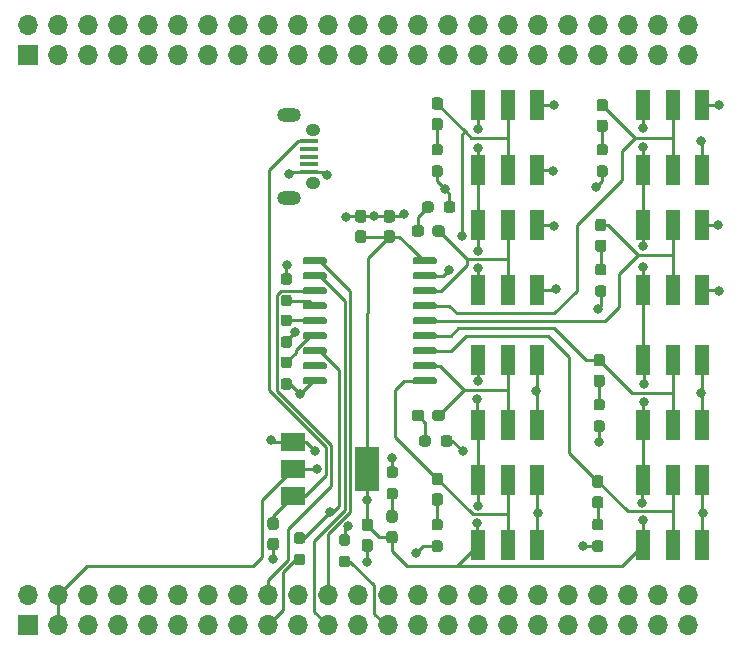
<source format=gbr>
%TF.GenerationSoftware,KiCad,Pcbnew,(5.1.9)-1*%
%TF.CreationDate,2021-11-09T16:08:33-06:00*%
%TF.ProjectId,SwitchBoard,53776974-6368-4426-9f61-72642e6b6963,rev?*%
%TF.SameCoordinates,Original*%
%TF.FileFunction,Copper,L1,Top*%
%TF.FilePolarity,Positive*%
%FSLAX46Y46*%
G04 Gerber Fmt 4.6, Leading zero omitted, Abs format (unit mm)*
G04 Created by KiCad (PCBNEW (5.1.9)-1) date 2021-11-09 16:08:33*
%MOMM*%
%LPD*%
G01*
G04 APERTURE LIST*
%TA.AperFunction,SMDPad,CuDef*%
%ADD10R,1.200000X2.500000*%
%TD*%
%TA.AperFunction,ComponentPad*%
%ADD11O,1.700000X1.700000*%
%TD*%
%TA.AperFunction,ComponentPad*%
%ADD12R,1.700000X1.700000*%
%TD*%
%TA.AperFunction,ComponentPad*%
%ADD13O,1.200000X1.050000*%
%TD*%
%TA.AperFunction,ComponentPad*%
%ADD14O,2.000000X1.200000*%
%TD*%
%TA.AperFunction,SMDPad,CuDef*%
%ADD15R,1.500000X0.400000*%
%TD*%
%TA.AperFunction,SMDPad,CuDef*%
%ADD16R,2.000000X3.800000*%
%TD*%
%TA.AperFunction,SMDPad,CuDef*%
%ADD17R,2.000000X1.500000*%
%TD*%
%TA.AperFunction,ViaPad*%
%ADD18C,0.800000*%
%TD*%
%TA.AperFunction,Conductor*%
%ADD19C,0.250000*%
%TD*%
G04 APERTURE END LIST*
D10*
%TO.P,SW7,3*%
%TO.N,GND*%
X60920000Y45930000D03*
%TO.P,SW7,2*%
%TO.N,SW_8*%
X58420000Y45930000D03*
%TO.P,SW7,1*%
%TO.N,+3V3*%
X55920000Y45930000D03*
%TO.P,SW7,3*%
%TO.N,GND*%
X60920000Y40430000D03*
%TO.P,SW7,2*%
%TO.N,SW_8*%
X58420000Y40430000D03*
%TO.P,SW7,1*%
%TO.N,+3V3*%
X55920000Y40430000D03*
%TD*%
%TO.P,SW5,3*%
%TO.N,GND*%
X60920000Y35770000D03*
%TO.P,SW5,2*%
%TO.N,SW_7*%
X58420000Y35770000D03*
%TO.P,SW5,1*%
%TO.N,+3V3*%
X55920000Y35770000D03*
%TO.P,SW5,3*%
%TO.N,GND*%
X60920000Y30270000D03*
%TO.P,SW5,2*%
%TO.N,SW_7*%
X58420000Y30270000D03*
%TO.P,SW5,1*%
%TO.N,+3V3*%
X55920000Y30270000D03*
%TD*%
%TO.P,SW3,3*%
%TO.N,GND*%
X60920000Y24340000D03*
%TO.P,SW3,2*%
%TO.N,SW_6*%
X58420000Y24340000D03*
%TO.P,SW3,1*%
%TO.N,+3V3*%
X55920000Y24340000D03*
%TO.P,SW3,3*%
%TO.N,GND*%
X60920000Y18840000D03*
%TO.P,SW3,2*%
%TO.N,SW_6*%
X58420000Y18840000D03*
%TO.P,SW3,1*%
%TO.N,+3V3*%
X55920000Y18840000D03*
%TD*%
%TO.P,SW1,3*%
%TO.N,GND*%
X60920000Y14180000D03*
%TO.P,SW1,2*%
%TO.N,SW_5*%
X58420000Y14180000D03*
%TO.P,SW1,1*%
%TO.N,+3V3*%
X55920000Y14180000D03*
%TO.P,SW1,3*%
%TO.N,GND*%
X60920000Y8680000D03*
%TO.P,SW1,2*%
%TO.N,SW_5*%
X58420000Y8680000D03*
%TO.P,SW1,1*%
%TO.N,+3V3*%
X55920000Y8680000D03*
%TD*%
%TO.P,SW2,3*%
%TO.N,GND*%
X46950000Y14180000D03*
%TO.P,SW2,2*%
%TO.N,SW_1*%
X44450000Y14180000D03*
%TO.P,SW2,1*%
%TO.N,+3V3*%
X41950000Y14180000D03*
%TO.P,SW2,3*%
%TO.N,GND*%
X46950000Y8680000D03*
%TO.P,SW2,2*%
%TO.N,SW_1*%
X44450000Y8680000D03*
%TO.P,SW2,1*%
%TO.N,+3V3*%
X41950000Y8680000D03*
%TD*%
%TO.P,SW4,3*%
%TO.N,GND*%
X46950000Y24340000D03*
%TO.P,SW4,2*%
%TO.N,SW_2*%
X44450000Y24340000D03*
%TO.P,SW4,1*%
%TO.N,+3V3*%
X41950000Y24340000D03*
%TO.P,SW4,3*%
%TO.N,GND*%
X46950000Y18840000D03*
%TO.P,SW4,2*%
%TO.N,SW_2*%
X44450000Y18840000D03*
%TO.P,SW4,1*%
%TO.N,+3V3*%
X41950000Y18840000D03*
%TD*%
%TO.P,SW6,3*%
%TO.N,GND*%
X46950000Y35770000D03*
%TO.P,SW6,2*%
%TO.N,SW_3*%
X44450000Y35770000D03*
%TO.P,SW6,1*%
%TO.N,+3V3*%
X41950000Y35770000D03*
%TO.P,SW6,3*%
%TO.N,GND*%
X46950000Y30270000D03*
%TO.P,SW6,2*%
%TO.N,SW_3*%
X44450000Y30270000D03*
%TO.P,SW6,1*%
%TO.N,+3V3*%
X41950000Y30270000D03*
%TD*%
%TO.P,SW8,3*%
%TO.N,GND*%
X46950000Y45930000D03*
%TO.P,SW8,2*%
%TO.N,SW_4*%
X44450000Y45930000D03*
%TO.P,SW8,1*%
%TO.N,+3V3*%
X41950000Y45930000D03*
%TO.P,SW8,3*%
%TO.N,GND*%
X46950000Y40430000D03*
%TO.P,SW8,2*%
%TO.N,SW_4*%
X44450000Y40430000D03*
%TO.P,SW8,1*%
%TO.N,+3V3*%
X41950000Y40430000D03*
%TD*%
%TO.P,R15,2*%
%TO.N,GND*%
%TA.AperFunction,SMDPad,CuDef*%
G36*
G01*
X25467300Y22841400D02*
X25942300Y22841400D01*
G75*
G02*
X26179800Y22603900I0J-237500D01*
G01*
X26179800Y22103900D01*
G75*
G02*
X25942300Y21866400I-237500J0D01*
G01*
X25467300Y21866400D01*
G75*
G02*
X25229800Y22103900I0J237500D01*
G01*
X25229800Y22603900D01*
G75*
G02*
X25467300Y22841400I237500J0D01*
G01*
G37*
%TD.AperFunction*%
%TO.P,R15,1*%
%TO.N,Net-(R15-Pad1)*%
%TA.AperFunction,SMDPad,CuDef*%
G36*
G01*
X25467300Y24666400D02*
X25942300Y24666400D01*
G75*
G02*
X26179800Y24428900I0J-237500D01*
G01*
X26179800Y23928900D01*
G75*
G02*
X25942300Y23691400I-237500J0D01*
G01*
X25467300Y23691400D01*
G75*
G02*
X25229800Y23928900I0J237500D01*
G01*
X25229800Y24428900D01*
G75*
G02*
X25467300Y24666400I237500J0D01*
G01*
G37*
%TD.AperFunction*%
%TD*%
%TO.P,C2,2*%
%TO.N,GND*%
%TA.AperFunction,SMDPad,CuDef*%
G36*
G01*
X32325300Y9225400D02*
X32800300Y9225400D01*
G75*
G02*
X33037800Y8987900I0J-237500D01*
G01*
X33037800Y8387900D01*
G75*
G02*
X32800300Y8150400I-237500J0D01*
G01*
X32325300Y8150400D01*
G75*
G02*
X32087800Y8387900I0J237500D01*
G01*
X32087800Y8987900D01*
G75*
G02*
X32325300Y9225400I237500J0D01*
G01*
G37*
%TD.AperFunction*%
%TO.P,C2,1*%
%TO.N,+3V3*%
%TA.AperFunction,SMDPad,CuDef*%
G36*
G01*
X32325300Y10950400D02*
X32800300Y10950400D01*
G75*
G02*
X33037800Y10712900I0J-237500D01*
G01*
X33037800Y10112900D01*
G75*
G02*
X32800300Y9875400I-237500J0D01*
G01*
X32325300Y9875400D01*
G75*
G02*
X32087800Y10112900I0J237500D01*
G01*
X32087800Y10712900D01*
G75*
G02*
X32325300Y10950400I237500J0D01*
G01*
G37*
%TD.AperFunction*%
%TD*%
D11*
%TO.P,U3,46*%
%TO.N,GND*%
X59690000Y4445000D03*
%TO.P,U3,45*%
X59690000Y1905000D03*
%TO.P,U3,44*%
X57150000Y4445000D03*
%TO.P,U3,43*%
X57150000Y1905000D03*
%TO.P,U3,42*%
%TO.N,Net-(U3-Pad42)*%
X54610000Y4445000D03*
%TO.P,U3,41*%
%TO.N,Net-(U3-Pad41)*%
X54610000Y1905000D03*
%TO.P,U3,40*%
%TO.N,Net-(U3-Pad40)*%
X52070000Y4445000D03*
%TO.P,U3,39*%
%TO.N,Net-(U3-Pad39)*%
X52070000Y1905000D03*
%TO.P,U3,38*%
%TO.N,Net-(U3-Pad38)*%
X49530000Y4445000D03*
%TO.P,U3,37*%
%TO.N,Net-(U3-Pad37)*%
X49530000Y1905000D03*
%TO.P,U3,36*%
%TO.N,Net-(U3-Pad36)*%
X46990000Y4445000D03*
%TO.P,U3,35*%
%TO.N,Net-(U3-Pad35)*%
X46990000Y1905000D03*
%TO.P,U3,34*%
%TO.N,Net-(U3-Pad34)*%
X44450000Y4445000D03*
%TO.P,U3,33*%
%TO.N,Net-(U3-Pad33)*%
X44450000Y1905000D03*
%TO.P,U3,32*%
%TO.N,Net-(U3-Pad32)*%
X41910000Y4445000D03*
%TO.P,U3,31*%
%TO.N,Net-(U3-Pad31)*%
X41910000Y1905000D03*
%TO.P,U3,30*%
%TO.N,Net-(U3-Pad30)*%
X39370000Y4445000D03*
%TO.P,U3,29*%
%TO.N,Net-(U3-Pad29)*%
X39370000Y1905000D03*
%TO.P,U3,28*%
%TO.N,Net-(U3-Pad28)*%
X36830000Y4445000D03*
%TO.P,U3,27*%
%TO.N,Net-(U3-Pad27)*%
X36830000Y1905000D03*
%TO.P,U3,26*%
%TO.N,Net-(U3-Pad26)*%
X34290000Y4445000D03*
%TO.P,U3,25*%
%TO.N,Net-(R12-Pad2)*%
X34290000Y1905000D03*
%TO.P,U3,24*%
%TO.N,Net-(U3-Pad24)*%
X31750000Y4445000D03*
%TO.P,U3,23*%
%TO.N,Net-(U3-Pad23)*%
X31750000Y1905000D03*
%TO.P,U3,22*%
%TO.N,SCK*%
X29210000Y4445000D03*
%TO.P,U3,21*%
%TO.N,MOSI*%
X29210000Y1905000D03*
%TO.P,U3,20*%
%TO.N,Net-(U3-Pad20)*%
X26670000Y4445000D03*
%TO.P,U3,19*%
%TO.N,Net-(U3-Pad19)*%
X26670000Y1905000D03*
%TO.P,U3,18*%
%TO.N,MISO*%
X24130000Y4445000D03*
%TO.P,U3,17*%
%TO.N,Net-(R14-Pad2)*%
X24130000Y1905000D03*
%TO.P,U3,16*%
%TO.N,Net-(U3-Pad16)*%
X21590000Y4445000D03*
%TO.P,U3,15*%
%TO.N,Net-(U3-Pad15)*%
X21590000Y1905000D03*
%TO.P,U3,14*%
%TO.N,Net-(U3-Pad14)*%
X19050000Y4445000D03*
%TO.P,U3,13*%
%TO.N,Net-(U3-Pad13)*%
X19050000Y1905000D03*
%TO.P,U3,12*%
%TO.N,Net-(U3-Pad12)*%
X16510000Y4445000D03*
%TO.P,U3,11*%
%TO.N,Net-(U3-Pad11)*%
X16510000Y1905000D03*
%TO.P,U3,10*%
%TO.N,Net-(U3-Pad10)*%
X13970000Y4445000D03*
%TO.P,U3,9*%
%TO.N,Net-(U3-Pad9)*%
X13970000Y1905000D03*
%TO.P,U3,8*%
%TO.N,Net-(U3-Pad8)*%
X11430000Y4445000D03*
%TO.P,U3,7*%
%TO.N,Net-(U3-Pad7)*%
X11430000Y1905000D03*
%TO.P,U3,6*%
%TO.N,Net-(U3-Pad6)*%
X8890000Y4445000D03*
%TO.P,U3,5*%
%TO.N,Net-(U3-Pad5)*%
X8890000Y1905000D03*
%TO.P,U3,4*%
%TO.N,+3V3*%
X6350000Y4445000D03*
%TO.P,U3,3*%
X6350000Y1905000D03*
%TO.P,U3,2*%
%TO.N,GND*%
X3810000Y4445000D03*
D12*
%TO.P,U3,1*%
X3810000Y1905000D03*
%TD*%
%TO.P,R12,2*%
%TO.N,Net-(R12-Pad2)*%
%TA.AperFunction,SMDPad,CuDef*%
G36*
G01*
X30394900Y7804600D02*
X30869900Y7804600D01*
G75*
G02*
X31107400Y7567100I0J-237500D01*
G01*
X31107400Y7067100D01*
G75*
G02*
X30869900Y6829600I-237500J0D01*
G01*
X30394900Y6829600D01*
G75*
G02*
X30157400Y7067100I0J237500D01*
G01*
X30157400Y7567100D01*
G75*
G02*
X30394900Y7804600I237500J0D01*
G01*
G37*
%TD.AperFunction*%
%TO.P,R12,1*%
%TO.N,~CS*%
%TA.AperFunction,SMDPad,CuDef*%
G36*
G01*
X30394900Y9629600D02*
X30869900Y9629600D01*
G75*
G02*
X31107400Y9392100I0J-237500D01*
G01*
X31107400Y8892100D01*
G75*
G02*
X30869900Y8654600I-237500J0D01*
G01*
X30394900Y8654600D01*
G75*
G02*
X30157400Y8892100I0J237500D01*
G01*
X30157400Y9392100D01*
G75*
G02*
X30394900Y9629600I237500J0D01*
G01*
G37*
%TD.AperFunction*%
%TD*%
%TO.P,U2,1*%
%TO.N,SCK*%
%TA.AperFunction,SMDPad,CuDef*%
G36*
G01*
X27091000Y32616000D02*
X27091000Y32916000D01*
G75*
G02*
X27241000Y33066000I150000J0D01*
G01*
X28991000Y33066000D01*
G75*
G02*
X29141000Y32916000I0J-150000D01*
G01*
X29141000Y32616000D01*
G75*
G02*
X28991000Y32466000I-150000J0D01*
G01*
X27241000Y32466000D01*
G75*
G02*
X27091000Y32616000I0J150000D01*
G01*
G37*
%TD.AperFunction*%
%TO.P,U2,2*%
%TO.N,MOSI*%
%TA.AperFunction,SMDPad,CuDef*%
G36*
G01*
X27091000Y31346000D02*
X27091000Y31646000D01*
G75*
G02*
X27241000Y31796000I150000J0D01*
G01*
X28991000Y31796000D01*
G75*
G02*
X29141000Y31646000I0J-150000D01*
G01*
X29141000Y31346000D01*
G75*
G02*
X28991000Y31196000I-150000J0D01*
G01*
X27241000Y31196000D01*
G75*
G02*
X27091000Y31346000I0J150000D01*
G01*
G37*
%TD.AperFunction*%
%TO.P,U2,3*%
%TO.N,MISO*%
%TA.AperFunction,SMDPad,CuDef*%
G36*
G01*
X27091000Y30076000D02*
X27091000Y30376000D01*
G75*
G02*
X27241000Y30526000I150000J0D01*
G01*
X28991000Y30526000D01*
G75*
G02*
X29141000Y30376000I0J-150000D01*
G01*
X29141000Y30076000D01*
G75*
G02*
X28991000Y29926000I-150000J0D01*
G01*
X27241000Y29926000D01*
G75*
G02*
X27091000Y30076000I0J150000D01*
G01*
G37*
%TD.AperFunction*%
%TO.P,U2,4*%
%TO.N,Net-(R1-Pad1)*%
%TA.AperFunction,SMDPad,CuDef*%
G36*
G01*
X27091000Y28806000D02*
X27091000Y29106000D01*
G75*
G02*
X27241000Y29256000I150000J0D01*
G01*
X28991000Y29256000D01*
G75*
G02*
X29141000Y29106000I0J-150000D01*
G01*
X29141000Y28806000D01*
G75*
G02*
X28991000Y28656000I-150000J0D01*
G01*
X27241000Y28656000D01*
G75*
G02*
X27091000Y28806000I0J150000D01*
G01*
G37*
%TD.AperFunction*%
%TO.P,U2,5*%
%TO.N,Net-(R2-Pad1)*%
%TA.AperFunction,SMDPad,CuDef*%
G36*
G01*
X27091000Y27536000D02*
X27091000Y27836000D01*
G75*
G02*
X27241000Y27986000I150000J0D01*
G01*
X28991000Y27986000D01*
G75*
G02*
X29141000Y27836000I0J-150000D01*
G01*
X29141000Y27536000D01*
G75*
G02*
X28991000Y27386000I-150000J0D01*
G01*
X27241000Y27386000D01*
G75*
G02*
X27091000Y27536000I0J150000D01*
G01*
G37*
%TD.AperFunction*%
%TO.P,U2,6*%
%TO.N,Net-(R15-Pad1)*%
%TA.AperFunction,SMDPad,CuDef*%
G36*
G01*
X27091000Y26266000D02*
X27091000Y26566000D01*
G75*
G02*
X27241000Y26716000I150000J0D01*
G01*
X28991000Y26716000D01*
G75*
G02*
X29141000Y26566000I0J-150000D01*
G01*
X29141000Y26266000D01*
G75*
G02*
X28991000Y26116000I-150000J0D01*
G01*
X27241000Y26116000D01*
G75*
G02*
X27091000Y26266000I0J150000D01*
G01*
G37*
%TD.AperFunction*%
%TO.P,U2,7*%
%TO.N,~CS*%
%TA.AperFunction,SMDPad,CuDef*%
G36*
G01*
X27091000Y24996000D02*
X27091000Y25296000D01*
G75*
G02*
X27241000Y25446000I150000J0D01*
G01*
X28991000Y25446000D01*
G75*
G02*
X29141000Y25296000I0J-150000D01*
G01*
X29141000Y24996000D01*
G75*
G02*
X28991000Y24846000I-150000J0D01*
G01*
X27241000Y24846000D01*
G75*
G02*
X27091000Y24996000I0J150000D01*
G01*
G37*
%TD.AperFunction*%
%TO.P,U2,8*%
%TO.N,Net-(U2-Pad8)*%
%TA.AperFunction,SMDPad,CuDef*%
G36*
G01*
X27091000Y23726000D02*
X27091000Y24026000D01*
G75*
G02*
X27241000Y24176000I150000J0D01*
G01*
X28991000Y24176000D01*
G75*
G02*
X29141000Y24026000I0J-150000D01*
G01*
X29141000Y23726000D01*
G75*
G02*
X28991000Y23576000I-150000J0D01*
G01*
X27241000Y23576000D01*
G75*
G02*
X27091000Y23726000I0J150000D01*
G01*
G37*
%TD.AperFunction*%
%TO.P,U2,9*%
%TO.N,GND*%
%TA.AperFunction,SMDPad,CuDef*%
G36*
G01*
X27091000Y22456000D02*
X27091000Y22756000D01*
G75*
G02*
X27241000Y22906000I150000J0D01*
G01*
X28991000Y22906000D01*
G75*
G02*
X29141000Y22756000I0J-150000D01*
G01*
X29141000Y22456000D01*
G75*
G02*
X28991000Y22306000I-150000J0D01*
G01*
X27241000Y22306000D01*
G75*
G02*
X27091000Y22456000I0J150000D01*
G01*
G37*
%TD.AperFunction*%
%TO.P,U2,10*%
%TO.N,SW_1*%
%TA.AperFunction,SMDPad,CuDef*%
G36*
G01*
X36391000Y22456000D02*
X36391000Y22756000D01*
G75*
G02*
X36541000Y22906000I150000J0D01*
G01*
X38291000Y22906000D01*
G75*
G02*
X38441000Y22756000I0J-150000D01*
G01*
X38441000Y22456000D01*
G75*
G02*
X38291000Y22306000I-150000J0D01*
G01*
X36541000Y22306000D01*
G75*
G02*
X36391000Y22456000I0J150000D01*
G01*
G37*
%TD.AperFunction*%
%TO.P,U2,11*%
%TO.N,SW_2*%
%TA.AperFunction,SMDPad,CuDef*%
G36*
G01*
X36391000Y23726000D02*
X36391000Y24026000D01*
G75*
G02*
X36541000Y24176000I150000J0D01*
G01*
X38291000Y24176000D01*
G75*
G02*
X38441000Y24026000I0J-150000D01*
G01*
X38441000Y23726000D01*
G75*
G02*
X38291000Y23576000I-150000J0D01*
G01*
X36541000Y23576000D01*
G75*
G02*
X36391000Y23726000I0J150000D01*
G01*
G37*
%TD.AperFunction*%
%TO.P,U2,12*%
%TO.N,SW_5*%
%TA.AperFunction,SMDPad,CuDef*%
G36*
G01*
X36391000Y24996000D02*
X36391000Y25296000D01*
G75*
G02*
X36541000Y25446000I150000J0D01*
G01*
X38291000Y25446000D01*
G75*
G02*
X38441000Y25296000I0J-150000D01*
G01*
X38441000Y24996000D01*
G75*
G02*
X38291000Y24846000I-150000J0D01*
G01*
X36541000Y24846000D01*
G75*
G02*
X36391000Y24996000I0J150000D01*
G01*
G37*
%TD.AperFunction*%
%TO.P,U2,13*%
%TO.N,SW_6*%
%TA.AperFunction,SMDPad,CuDef*%
G36*
G01*
X36391000Y26266000D02*
X36391000Y26566000D01*
G75*
G02*
X36541000Y26716000I150000J0D01*
G01*
X38291000Y26716000D01*
G75*
G02*
X38441000Y26566000I0J-150000D01*
G01*
X38441000Y26266000D01*
G75*
G02*
X38291000Y26116000I-150000J0D01*
G01*
X36541000Y26116000D01*
G75*
G02*
X36391000Y26266000I0J150000D01*
G01*
G37*
%TD.AperFunction*%
%TO.P,U2,14*%
%TO.N,SW_7*%
%TA.AperFunction,SMDPad,CuDef*%
G36*
G01*
X36391000Y27536000D02*
X36391000Y27836000D01*
G75*
G02*
X36541000Y27986000I150000J0D01*
G01*
X38291000Y27986000D01*
G75*
G02*
X38441000Y27836000I0J-150000D01*
G01*
X38441000Y27536000D01*
G75*
G02*
X38291000Y27386000I-150000J0D01*
G01*
X36541000Y27386000D01*
G75*
G02*
X36391000Y27536000I0J150000D01*
G01*
G37*
%TD.AperFunction*%
%TO.P,U2,15*%
%TO.N,SW_8*%
%TA.AperFunction,SMDPad,CuDef*%
G36*
G01*
X36391000Y28806000D02*
X36391000Y29106000D01*
G75*
G02*
X36541000Y29256000I150000J0D01*
G01*
X38291000Y29256000D01*
G75*
G02*
X38441000Y29106000I0J-150000D01*
G01*
X38441000Y28806000D01*
G75*
G02*
X38291000Y28656000I-150000J0D01*
G01*
X36541000Y28656000D01*
G75*
G02*
X36391000Y28806000I0J150000D01*
G01*
G37*
%TD.AperFunction*%
%TO.P,U2,16*%
%TO.N,SW_3*%
%TA.AperFunction,SMDPad,CuDef*%
G36*
G01*
X36391000Y30076000D02*
X36391000Y30376000D01*
G75*
G02*
X36541000Y30526000I150000J0D01*
G01*
X38291000Y30526000D01*
G75*
G02*
X38441000Y30376000I0J-150000D01*
G01*
X38441000Y30076000D01*
G75*
G02*
X38291000Y29926000I-150000J0D01*
G01*
X36541000Y29926000D01*
G75*
G02*
X36391000Y30076000I0J150000D01*
G01*
G37*
%TD.AperFunction*%
%TO.P,U2,17*%
%TO.N,SW_4*%
%TA.AperFunction,SMDPad,CuDef*%
G36*
G01*
X36391000Y31346000D02*
X36391000Y31646000D01*
G75*
G02*
X36541000Y31796000I150000J0D01*
G01*
X38291000Y31796000D01*
G75*
G02*
X38441000Y31646000I0J-150000D01*
G01*
X38441000Y31346000D01*
G75*
G02*
X38291000Y31196000I-150000J0D01*
G01*
X36541000Y31196000D01*
G75*
G02*
X36391000Y31346000I0J150000D01*
G01*
G37*
%TD.AperFunction*%
%TO.P,U2,18*%
%TO.N,+3V3*%
%TA.AperFunction,SMDPad,CuDef*%
G36*
G01*
X36391000Y32616000D02*
X36391000Y32916000D01*
G75*
G02*
X36541000Y33066000I150000J0D01*
G01*
X38291000Y33066000D01*
G75*
G02*
X38441000Y32916000I0J-150000D01*
G01*
X38441000Y32616000D01*
G75*
G02*
X38291000Y32466000I-150000J0D01*
G01*
X36541000Y32466000D01*
G75*
G02*
X36391000Y32616000I0J150000D01*
G01*
G37*
%TD.AperFunction*%
%TD*%
D13*
%TO.P,J1,9*%
%TO.N,N/C*%
X28000800Y43830200D03*
%TO.P,J1,8*%
X28000800Y39380200D03*
D14*
%TO.P,J1,7*%
X25900800Y38105200D03*
%TO.P,J1,6*%
%TO.N,GND*%
X25900800Y45105200D03*
D15*
%TO.P,J1,5*%
X27600800Y40305200D03*
%TO.P,J1,4*%
%TO.N,Net-(J1-Pad4)*%
X27600800Y40955200D03*
%TO.P,J1,3*%
%TO.N,Net-(J1-Pad3)*%
X27600800Y41605200D03*
%TO.P,J1,2*%
%TO.N,Net-(J1-Pad2)*%
X27600800Y42255200D03*
%TO.P,J1,1*%
%TO.N,VDD*%
X27600800Y42905200D03*
%TD*%
%TO.P,R14,2*%
%TO.N,Net-(R14-Pad2)*%
%TA.AperFunction,SMDPad,CuDef*%
G36*
G01*
X26584900Y7957000D02*
X27059900Y7957000D01*
G75*
G02*
X27297400Y7719500I0J-237500D01*
G01*
X27297400Y7219500D01*
G75*
G02*
X27059900Y6982000I-237500J0D01*
G01*
X26584900Y6982000D01*
G75*
G02*
X26347400Y7219500I0J237500D01*
G01*
X26347400Y7719500D01*
G75*
G02*
X26584900Y7957000I237500J0D01*
G01*
G37*
%TD.AperFunction*%
%TO.P,R14,1*%
%TO.N,~CS*%
%TA.AperFunction,SMDPad,CuDef*%
G36*
G01*
X26584900Y9782000D02*
X27059900Y9782000D01*
G75*
G02*
X27297400Y9544500I0J-237500D01*
G01*
X27297400Y9044500D01*
G75*
G02*
X27059900Y8807000I-237500J0D01*
G01*
X26584900Y8807000D01*
G75*
G02*
X26347400Y9044500I0J237500D01*
G01*
X26347400Y9544500D01*
G75*
G02*
X26584900Y9782000I237500J0D01*
G01*
G37*
%TD.AperFunction*%
%TD*%
%TO.P,D4,1*%
%TO.N,Net-(D4-Pad1)*%
%TA.AperFunction,SMDPad,CuDef*%
G36*
G01*
X36319000Y19447500D02*
X36319000Y19922500D01*
G75*
G02*
X36556500Y20160000I237500J0D01*
G01*
X37131500Y20160000D01*
G75*
G02*
X37369000Y19922500I0J-237500D01*
G01*
X37369000Y19447500D01*
G75*
G02*
X37131500Y19210000I-237500J0D01*
G01*
X36556500Y19210000D01*
G75*
G02*
X36319000Y19447500I0J237500D01*
G01*
G37*
%TD.AperFunction*%
%TO.P,D4,2*%
%TO.N,SW_2*%
%TA.AperFunction,SMDPad,CuDef*%
G36*
G01*
X38069000Y19447500D02*
X38069000Y19922500D01*
G75*
G02*
X38306500Y20160000I237500J0D01*
G01*
X38881500Y20160000D01*
G75*
G02*
X39119000Y19922500I0J-237500D01*
G01*
X39119000Y19447500D01*
G75*
G02*
X38881500Y19210000I-237500J0D01*
G01*
X38306500Y19210000D01*
G75*
G02*
X38069000Y19447500I0J237500D01*
G01*
G37*
%TD.AperFunction*%
%TD*%
D12*
%TO.P,U1,1*%
%TO.N,GND*%
X3810000Y50165000D03*
D11*
%TO.P,U1,2*%
X3810000Y52705000D03*
%TO.P,U1,3*%
%TO.N,Net-(U1-Pad3)*%
X6350000Y50165000D03*
%TO.P,U1,4*%
%TO.N,Net-(U1-Pad4)*%
X6350000Y52705000D03*
%TO.P,U1,5*%
%TO.N,Net-(U1-Pad5)*%
X8890000Y50165000D03*
%TO.P,U1,6*%
%TO.N,Net-(U1-Pad6)*%
X8890000Y52705000D03*
%TO.P,U1,7*%
%TO.N,Net-(U1-Pad7)*%
X11430000Y50165000D03*
%TO.P,U1,8*%
%TO.N,Net-(U1-Pad8)*%
X11430000Y52705000D03*
%TO.P,U1,9*%
%TO.N,Net-(U1-Pad9)*%
X13970000Y50165000D03*
%TO.P,U1,10*%
%TO.N,Net-(U1-Pad10)*%
X13970000Y52705000D03*
%TO.P,U1,11*%
%TO.N,Net-(U1-Pad11)*%
X16510000Y50165000D03*
%TO.P,U1,12*%
%TO.N,Net-(U1-Pad12)*%
X16510000Y52705000D03*
%TO.P,U1,13*%
%TO.N,Net-(U1-Pad13)*%
X19050000Y50165000D03*
%TO.P,U1,14*%
%TO.N,Net-(U1-Pad14)*%
X19050000Y52705000D03*
%TO.P,U1,15*%
%TO.N,Net-(U1-Pad15)*%
X21590000Y50165000D03*
%TO.P,U1,16*%
%TO.N,Net-(U1-Pad16)*%
X21590000Y52705000D03*
%TO.P,U1,17*%
%TO.N,Net-(U1-Pad17)*%
X24130000Y50165000D03*
%TO.P,U1,18*%
%TO.N,Net-(U1-Pad18)*%
X24130000Y52705000D03*
%TO.P,U1,19*%
%TO.N,Net-(U1-Pad19)*%
X26670000Y50165000D03*
%TO.P,U1,20*%
%TO.N,Net-(U1-Pad20)*%
X26670000Y52705000D03*
%TO.P,U1,21*%
%TO.N,Net-(U1-Pad21)*%
X29210000Y50165000D03*
%TO.P,U1,22*%
%TO.N,Net-(U1-Pad22)*%
X29210000Y52705000D03*
%TO.P,U1,23*%
%TO.N,Net-(U1-Pad23)*%
X31750000Y50165000D03*
%TO.P,U1,24*%
%TO.N,Net-(U1-Pad24)*%
X31750000Y52705000D03*
%TO.P,U1,25*%
%TO.N,Net-(U1-Pad25)*%
X34290000Y50165000D03*
%TO.P,U1,26*%
%TO.N,Net-(U1-Pad26)*%
X34290000Y52705000D03*
%TO.P,U1,27*%
%TO.N,Net-(U1-Pad27)*%
X36830000Y50165000D03*
%TO.P,U1,28*%
%TO.N,Net-(U1-Pad28)*%
X36830000Y52705000D03*
%TO.P,U1,29*%
%TO.N,Net-(U1-Pad29)*%
X39370000Y50165000D03*
%TO.P,U1,30*%
%TO.N,Net-(U1-Pad30)*%
X39370000Y52705000D03*
%TO.P,U1,31*%
%TO.N,Net-(U1-Pad31)*%
X41910000Y50165000D03*
%TO.P,U1,32*%
%TO.N,Net-(U1-Pad32)*%
X41910000Y52705000D03*
%TO.P,U1,33*%
%TO.N,Net-(U1-Pad33)*%
X44450000Y50165000D03*
%TO.P,U1,34*%
%TO.N,Net-(U1-Pad34)*%
X44450000Y52705000D03*
%TO.P,U1,35*%
%TO.N,Net-(U1-Pad35)*%
X46990000Y50165000D03*
%TO.P,U1,36*%
%TO.N,Net-(U1-Pad36)*%
X46990000Y52705000D03*
%TO.P,U1,37*%
%TO.N,Net-(U1-Pad37)*%
X49530000Y50165000D03*
%TO.P,U1,38*%
%TO.N,Net-(U1-Pad38)*%
X49530000Y52705000D03*
%TO.P,U1,39*%
%TO.N,Net-(U1-Pad39)*%
X52070000Y50165000D03*
%TO.P,U1,40*%
%TO.N,Net-(U1-Pad40)*%
X52070000Y52705000D03*
%TO.P,U1,41*%
%TO.N,Net-(U1-Pad41)*%
X54610000Y50165000D03*
%TO.P,U1,42*%
%TO.N,Net-(U1-Pad42)*%
X54610000Y52705000D03*
%TO.P,U1,43*%
%TO.N,Net-(U1-Pad43)*%
X57150000Y50165000D03*
%TO.P,U1,44*%
%TO.N,Net-(U1-Pad44)*%
X57150000Y52705000D03*
%TO.P,U1,45*%
%TO.N,Net-(U1-Pad45)*%
X59690000Y50165000D03*
%TO.P,U1,46*%
%TO.N,Net-(U1-Pad46)*%
X59690000Y52705000D03*
%TD*%
%TO.P,C1,1*%
%TO.N,VDD*%
%TA.AperFunction,SMDPad,CuDef*%
G36*
G01*
X24349700Y11052000D02*
X24824700Y11052000D01*
G75*
G02*
X25062200Y10814500I0J-237500D01*
G01*
X25062200Y10214500D01*
G75*
G02*
X24824700Y9977000I-237500J0D01*
G01*
X24349700Y9977000D01*
G75*
G02*
X24112200Y10214500I0J237500D01*
G01*
X24112200Y10814500D01*
G75*
G02*
X24349700Y11052000I237500J0D01*
G01*
G37*
%TD.AperFunction*%
%TO.P,C1,2*%
%TO.N,GND*%
%TA.AperFunction,SMDPad,CuDef*%
G36*
G01*
X24349700Y9327000D02*
X24824700Y9327000D01*
G75*
G02*
X25062200Y9089500I0J-237500D01*
G01*
X25062200Y8489500D01*
G75*
G02*
X24824700Y8252000I-237500J0D01*
G01*
X24349700Y8252000D01*
G75*
G02*
X24112200Y8489500I0J237500D01*
G01*
X24112200Y9089500D01*
G75*
G02*
X24349700Y9327000I237500J0D01*
G01*
G37*
%TD.AperFunction*%
%TD*%
%TO.P,C3,2*%
%TO.N,GND*%
%TA.AperFunction,SMDPad,CuDef*%
G36*
G01*
X32241500Y36012000D02*
X31766500Y36012000D01*
G75*
G02*
X31529000Y36249500I0J237500D01*
G01*
X31529000Y36849500D01*
G75*
G02*
X31766500Y37087000I237500J0D01*
G01*
X32241500Y37087000D01*
G75*
G02*
X32479000Y36849500I0J-237500D01*
G01*
X32479000Y36249500D01*
G75*
G02*
X32241500Y36012000I-237500J0D01*
G01*
G37*
%TD.AperFunction*%
%TO.P,C3,1*%
%TO.N,+3V3*%
%TA.AperFunction,SMDPad,CuDef*%
G36*
G01*
X32241500Y34287000D02*
X31766500Y34287000D01*
G75*
G02*
X31529000Y34524500I0J237500D01*
G01*
X31529000Y35124500D01*
G75*
G02*
X31766500Y35362000I237500J0D01*
G01*
X32241500Y35362000D01*
G75*
G02*
X32479000Y35124500I0J-237500D01*
G01*
X32479000Y34524500D01*
G75*
G02*
X32241500Y34287000I-237500J0D01*
G01*
G37*
%TD.AperFunction*%
%TD*%
%TO.P,C4,1*%
%TO.N,+3V3*%
%TA.AperFunction,SMDPad,CuDef*%
G36*
G01*
X34654500Y34287000D02*
X34179500Y34287000D01*
G75*
G02*
X33942000Y34524500I0J237500D01*
G01*
X33942000Y35124500D01*
G75*
G02*
X34179500Y35362000I237500J0D01*
G01*
X34654500Y35362000D01*
G75*
G02*
X34892000Y35124500I0J-237500D01*
G01*
X34892000Y34524500D01*
G75*
G02*
X34654500Y34287000I-237500J0D01*
G01*
G37*
%TD.AperFunction*%
%TO.P,C4,2*%
%TO.N,GND*%
%TA.AperFunction,SMDPad,CuDef*%
G36*
G01*
X34654500Y36012000D02*
X34179500Y36012000D01*
G75*
G02*
X33942000Y36249500I0J237500D01*
G01*
X33942000Y36849500D01*
G75*
G02*
X34179500Y37087000I237500J0D01*
G01*
X34654500Y37087000D01*
G75*
G02*
X34892000Y36849500I0J-237500D01*
G01*
X34892000Y36249500D01*
G75*
G02*
X34654500Y36012000I-237500J0D01*
G01*
G37*
%TD.AperFunction*%
%TD*%
%TO.P,D1,2*%
%TO.N,SW_5*%
%TA.AperFunction,SMDPad,CuDef*%
G36*
G01*
X52307500Y13558000D02*
X51832500Y13558000D01*
G75*
G02*
X51595000Y13795500I0J237500D01*
G01*
X51595000Y14370500D01*
G75*
G02*
X51832500Y14608000I237500J0D01*
G01*
X52307500Y14608000D01*
G75*
G02*
X52545000Y14370500I0J-237500D01*
G01*
X52545000Y13795500D01*
G75*
G02*
X52307500Y13558000I-237500J0D01*
G01*
G37*
%TD.AperFunction*%
%TO.P,D1,1*%
%TO.N,Net-(D1-Pad1)*%
%TA.AperFunction,SMDPad,CuDef*%
G36*
G01*
X52307500Y11808000D02*
X51832500Y11808000D01*
G75*
G02*
X51595000Y12045500I0J237500D01*
G01*
X51595000Y12620500D01*
G75*
G02*
X51832500Y12858000I237500J0D01*
G01*
X52307500Y12858000D01*
G75*
G02*
X52545000Y12620500I0J-237500D01*
G01*
X52545000Y12045500D01*
G75*
G02*
X52307500Y11808000I-237500J0D01*
G01*
G37*
%TD.AperFunction*%
%TD*%
%TO.P,D2,2*%
%TO.N,SW_1*%
%TA.AperFunction,SMDPad,CuDef*%
G36*
G01*
X38718500Y13798000D02*
X38243500Y13798000D01*
G75*
G02*
X38006000Y14035500I0J237500D01*
G01*
X38006000Y14610500D01*
G75*
G02*
X38243500Y14848000I237500J0D01*
G01*
X38718500Y14848000D01*
G75*
G02*
X38956000Y14610500I0J-237500D01*
G01*
X38956000Y14035500D01*
G75*
G02*
X38718500Y13798000I-237500J0D01*
G01*
G37*
%TD.AperFunction*%
%TO.P,D2,1*%
%TO.N,Net-(D2-Pad1)*%
%TA.AperFunction,SMDPad,CuDef*%
G36*
G01*
X38718500Y12048000D02*
X38243500Y12048000D01*
G75*
G02*
X38006000Y12285500I0J237500D01*
G01*
X38006000Y12860500D01*
G75*
G02*
X38243500Y13098000I237500J0D01*
G01*
X38718500Y13098000D01*
G75*
G02*
X38956000Y12860500I0J-237500D01*
G01*
X38956000Y12285500D01*
G75*
G02*
X38718500Y12048000I-237500J0D01*
G01*
G37*
%TD.AperFunction*%
%TD*%
%TO.P,D3,1*%
%TO.N,Net-(D3-Pad1)*%
%TA.AperFunction,SMDPad,CuDef*%
G36*
G01*
X52434500Y22095000D02*
X51959500Y22095000D01*
G75*
G02*
X51722000Y22332500I0J237500D01*
G01*
X51722000Y22907500D01*
G75*
G02*
X51959500Y23145000I237500J0D01*
G01*
X52434500Y23145000D01*
G75*
G02*
X52672000Y22907500I0J-237500D01*
G01*
X52672000Y22332500D01*
G75*
G02*
X52434500Y22095000I-237500J0D01*
G01*
G37*
%TD.AperFunction*%
%TO.P,D3,2*%
%TO.N,SW_6*%
%TA.AperFunction,SMDPad,CuDef*%
G36*
G01*
X52434500Y23845000D02*
X51959500Y23845000D01*
G75*
G02*
X51722000Y24082500I0J237500D01*
G01*
X51722000Y24657500D01*
G75*
G02*
X51959500Y24895000I237500J0D01*
G01*
X52434500Y24895000D01*
G75*
G02*
X52672000Y24657500I0J-237500D01*
G01*
X52672000Y24082500D01*
G75*
G02*
X52434500Y23845000I-237500J0D01*
G01*
G37*
%TD.AperFunction*%
%TD*%
%TO.P,D5,2*%
%TO.N,SW_7*%
%TA.AperFunction,SMDPad,CuDef*%
G36*
G01*
X52561500Y35275000D02*
X52086500Y35275000D01*
G75*
G02*
X51849000Y35512500I0J237500D01*
G01*
X51849000Y36087500D01*
G75*
G02*
X52086500Y36325000I237500J0D01*
G01*
X52561500Y36325000D01*
G75*
G02*
X52799000Y36087500I0J-237500D01*
G01*
X52799000Y35512500D01*
G75*
G02*
X52561500Y35275000I-237500J0D01*
G01*
G37*
%TD.AperFunction*%
%TO.P,D5,1*%
%TO.N,Net-(D5-Pad1)*%
%TA.AperFunction,SMDPad,CuDef*%
G36*
G01*
X52561500Y33525000D02*
X52086500Y33525000D01*
G75*
G02*
X51849000Y33762500I0J237500D01*
G01*
X51849000Y34337500D01*
G75*
G02*
X52086500Y34575000I237500J0D01*
G01*
X52561500Y34575000D01*
G75*
G02*
X52799000Y34337500I0J-237500D01*
G01*
X52799000Y33762500D01*
G75*
G02*
X52561500Y33525000I-237500J0D01*
G01*
G37*
%TD.AperFunction*%
%TD*%
%TO.P,D6,2*%
%TO.N,SW_3*%
%TA.AperFunction,SMDPad,CuDef*%
G36*
G01*
X38069000Y35068500D02*
X38069000Y35543500D01*
G75*
G02*
X38306500Y35781000I237500J0D01*
G01*
X38881500Y35781000D01*
G75*
G02*
X39119000Y35543500I0J-237500D01*
G01*
X39119000Y35068500D01*
G75*
G02*
X38881500Y34831000I-237500J0D01*
G01*
X38306500Y34831000D01*
G75*
G02*
X38069000Y35068500I0J237500D01*
G01*
G37*
%TD.AperFunction*%
%TO.P,D6,1*%
%TO.N,Net-(D6-Pad1)*%
%TA.AperFunction,SMDPad,CuDef*%
G36*
G01*
X36319000Y35068500D02*
X36319000Y35543500D01*
G75*
G02*
X36556500Y35781000I237500J0D01*
G01*
X37131500Y35781000D01*
G75*
G02*
X37369000Y35543500I0J-237500D01*
G01*
X37369000Y35068500D01*
G75*
G02*
X37131500Y34831000I-237500J0D01*
G01*
X36556500Y34831000D01*
G75*
G02*
X36319000Y35068500I0J237500D01*
G01*
G37*
%TD.AperFunction*%
%TD*%
%TO.P,D7,1*%
%TO.N,Net-(D7-Pad1)*%
%TA.AperFunction,SMDPad,CuDef*%
G36*
G01*
X52688500Y43685000D02*
X52213500Y43685000D01*
G75*
G02*
X51976000Y43922500I0J237500D01*
G01*
X51976000Y44497500D01*
G75*
G02*
X52213500Y44735000I237500J0D01*
G01*
X52688500Y44735000D01*
G75*
G02*
X52926000Y44497500I0J-237500D01*
G01*
X52926000Y43922500D01*
G75*
G02*
X52688500Y43685000I-237500J0D01*
G01*
G37*
%TD.AperFunction*%
%TO.P,D7,2*%
%TO.N,SW_8*%
%TA.AperFunction,SMDPad,CuDef*%
G36*
G01*
X52688500Y45435000D02*
X52213500Y45435000D01*
G75*
G02*
X51976000Y45672500I0J237500D01*
G01*
X51976000Y46247500D01*
G75*
G02*
X52213500Y46485000I237500J0D01*
G01*
X52688500Y46485000D01*
G75*
G02*
X52926000Y46247500I0J-237500D01*
G01*
X52926000Y45672500D01*
G75*
G02*
X52688500Y45435000I-237500J0D01*
G01*
G37*
%TD.AperFunction*%
%TD*%
%TO.P,D8,1*%
%TO.N,Net-(D8-Pad1)*%
%TA.AperFunction,SMDPad,CuDef*%
G36*
G01*
X38718500Y43812000D02*
X38243500Y43812000D01*
G75*
G02*
X38006000Y44049500I0J237500D01*
G01*
X38006000Y44624500D01*
G75*
G02*
X38243500Y44862000I237500J0D01*
G01*
X38718500Y44862000D01*
G75*
G02*
X38956000Y44624500I0J-237500D01*
G01*
X38956000Y44049500D01*
G75*
G02*
X38718500Y43812000I-237500J0D01*
G01*
G37*
%TD.AperFunction*%
%TO.P,D8,2*%
%TO.N,SW_4*%
%TA.AperFunction,SMDPad,CuDef*%
G36*
G01*
X38718500Y45562000D02*
X38243500Y45562000D01*
G75*
G02*
X38006000Y45799500I0J237500D01*
G01*
X38006000Y46374500D01*
G75*
G02*
X38243500Y46612000I237500J0D01*
G01*
X38718500Y46612000D01*
G75*
G02*
X38956000Y46374500I0J-237500D01*
G01*
X38956000Y45799500D01*
G75*
G02*
X38718500Y45562000I-237500J0D01*
G01*
G37*
%TD.AperFunction*%
%TD*%
%TO.P,D9,1*%
%TO.N,Net-(D9-Pad1)*%
%TA.AperFunction,SMDPad,CuDef*%
G36*
G01*
X34408100Y11661600D02*
X34883100Y11661600D01*
G75*
G02*
X35120600Y11424100I0J-237500D01*
G01*
X35120600Y10849100D01*
G75*
G02*
X34883100Y10611600I-237500J0D01*
G01*
X34408100Y10611600D01*
G75*
G02*
X34170600Y10849100I0J237500D01*
G01*
X34170600Y11424100D01*
G75*
G02*
X34408100Y11661600I237500J0D01*
G01*
G37*
%TD.AperFunction*%
%TO.P,D9,2*%
%TO.N,+3V3*%
%TA.AperFunction,SMDPad,CuDef*%
G36*
G01*
X34408100Y9911600D02*
X34883100Y9911600D01*
G75*
G02*
X35120600Y9674100I0J-237500D01*
G01*
X35120600Y9099100D01*
G75*
G02*
X34883100Y8861600I-237500J0D01*
G01*
X34408100Y8861600D01*
G75*
G02*
X34170600Y9099100I0J237500D01*
G01*
X34170600Y9674100D01*
G75*
G02*
X34408100Y9911600I237500J0D01*
G01*
G37*
%TD.AperFunction*%
%TD*%
%TO.P,R1,2*%
%TO.N,GND*%
%TA.AperFunction,SMDPad,CuDef*%
G36*
G01*
X25942300Y30752600D02*
X25467300Y30752600D01*
G75*
G02*
X25229800Y30990100I0J237500D01*
G01*
X25229800Y31490100D01*
G75*
G02*
X25467300Y31727600I237500J0D01*
G01*
X25942300Y31727600D01*
G75*
G02*
X26179800Y31490100I0J-237500D01*
G01*
X26179800Y30990100D01*
G75*
G02*
X25942300Y30752600I-237500J0D01*
G01*
G37*
%TD.AperFunction*%
%TO.P,R1,1*%
%TO.N,Net-(R1-Pad1)*%
%TA.AperFunction,SMDPad,CuDef*%
G36*
G01*
X25942300Y28927600D02*
X25467300Y28927600D01*
G75*
G02*
X25229800Y29165100I0J237500D01*
G01*
X25229800Y29665100D01*
G75*
G02*
X25467300Y29902600I237500J0D01*
G01*
X25942300Y29902600D01*
G75*
G02*
X26179800Y29665100I0J-237500D01*
G01*
X26179800Y29165100D01*
G75*
G02*
X25942300Y28927600I-237500J0D01*
G01*
G37*
%TD.AperFunction*%
%TD*%
%TO.P,R2,2*%
%TO.N,GND*%
%TA.AperFunction,SMDPad,CuDef*%
G36*
G01*
X25467300Y26397400D02*
X25942300Y26397400D01*
G75*
G02*
X26179800Y26159900I0J-237500D01*
G01*
X26179800Y25659900D01*
G75*
G02*
X25942300Y25422400I-237500J0D01*
G01*
X25467300Y25422400D01*
G75*
G02*
X25229800Y25659900I0J237500D01*
G01*
X25229800Y26159900D01*
G75*
G02*
X25467300Y26397400I237500J0D01*
G01*
G37*
%TD.AperFunction*%
%TO.P,R2,1*%
%TO.N,Net-(R2-Pad1)*%
%TA.AperFunction,SMDPad,CuDef*%
G36*
G01*
X25467300Y28222400D02*
X25942300Y28222400D01*
G75*
G02*
X26179800Y27984900I0J-237500D01*
G01*
X26179800Y27484900D01*
G75*
G02*
X25942300Y27247400I-237500J0D01*
G01*
X25467300Y27247400D01*
G75*
G02*
X25229800Y27484900I0J237500D01*
G01*
X25229800Y27984900D01*
G75*
G02*
X25467300Y28222400I237500J0D01*
G01*
G37*
%TD.AperFunction*%
%TD*%
%TO.P,R3,2*%
%TO.N,GND*%
%TA.AperFunction,SMDPad,CuDef*%
G36*
G01*
X51832500Y9100000D02*
X52307500Y9100000D01*
G75*
G02*
X52545000Y8862500I0J-237500D01*
G01*
X52545000Y8362500D01*
G75*
G02*
X52307500Y8125000I-237500J0D01*
G01*
X51832500Y8125000D01*
G75*
G02*
X51595000Y8362500I0J237500D01*
G01*
X51595000Y8862500D01*
G75*
G02*
X51832500Y9100000I237500J0D01*
G01*
G37*
%TD.AperFunction*%
%TO.P,R3,1*%
%TO.N,Net-(D1-Pad1)*%
%TA.AperFunction,SMDPad,CuDef*%
G36*
G01*
X51832500Y10925000D02*
X52307500Y10925000D01*
G75*
G02*
X52545000Y10687500I0J-237500D01*
G01*
X52545000Y10187500D01*
G75*
G02*
X52307500Y9950000I-237500J0D01*
G01*
X51832500Y9950000D01*
G75*
G02*
X51595000Y10187500I0J237500D01*
G01*
X51595000Y10687500D01*
G75*
G02*
X51832500Y10925000I237500J0D01*
G01*
G37*
%TD.AperFunction*%
%TD*%
%TO.P,R4,1*%
%TO.N,Net-(D2-Pad1)*%
%TA.AperFunction,SMDPad,CuDef*%
G36*
G01*
X38243500Y10925000D02*
X38718500Y10925000D01*
G75*
G02*
X38956000Y10687500I0J-237500D01*
G01*
X38956000Y10187500D01*
G75*
G02*
X38718500Y9950000I-237500J0D01*
G01*
X38243500Y9950000D01*
G75*
G02*
X38006000Y10187500I0J237500D01*
G01*
X38006000Y10687500D01*
G75*
G02*
X38243500Y10925000I237500J0D01*
G01*
G37*
%TD.AperFunction*%
%TO.P,R4,2*%
%TO.N,GND*%
%TA.AperFunction,SMDPad,CuDef*%
G36*
G01*
X38243500Y9100000D02*
X38718500Y9100000D01*
G75*
G02*
X38956000Y8862500I0J-237500D01*
G01*
X38956000Y8362500D01*
G75*
G02*
X38718500Y8125000I-237500J0D01*
G01*
X38243500Y8125000D01*
G75*
G02*
X38006000Y8362500I0J237500D01*
G01*
X38006000Y8862500D01*
G75*
G02*
X38243500Y9100000I237500J0D01*
G01*
G37*
%TD.AperFunction*%
%TD*%
%TO.P,R5,1*%
%TO.N,Net-(D3-Pad1)*%
%TA.AperFunction,SMDPad,CuDef*%
G36*
G01*
X51959500Y21085000D02*
X52434500Y21085000D01*
G75*
G02*
X52672000Y20847500I0J-237500D01*
G01*
X52672000Y20347500D01*
G75*
G02*
X52434500Y20110000I-237500J0D01*
G01*
X51959500Y20110000D01*
G75*
G02*
X51722000Y20347500I0J237500D01*
G01*
X51722000Y20847500D01*
G75*
G02*
X51959500Y21085000I237500J0D01*
G01*
G37*
%TD.AperFunction*%
%TO.P,R5,2*%
%TO.N,GND*%
%TA.AperFunction,SMDPad,CuDef*%
G36*
G01*
X51959500Y19260000D02*
X52434500Y19260000D01*
G75*
G02*
X52672000Y19022500I0J-237500D01*
G01*
X52672000Y18522500D01*
G75*
G02*
X52434500Y18285000I-237500J0D01*
G01*
X51959500Y18285000D01*
G75*
G02*
X51722000Y18522500I0J237500D01*
G01*
X51722000Y19022500D01*
G75*
G02*
X51959500Y19260000I237500J0D01*
G01*
G37*
%TD.AperFunction*%
%TD*%
%TO.P,R6,1*%
%TO.N,Net-(D4-Pad1)*%
%TA.AperFunction,SMDPad,CuDef*%
G36*
G01*
X36954000Y17288500D02*
X36954000Y17763500D01*
G75*
G02*
X37191500Y18001000I237500J0D01*
G01*
X37691500Y18001000D01*
G75*
G02*
X37929000Y17763500I0J-237500D01*
G01*
X37929000Y17288500D01*
G75*
G02*
X37691500Y17051000I-237500J0D01*
G01*
X37191500Y17051000D01*
G75*
G02*
X36954000Y17288500I0J237500D01*
G01*
G37*
%TD.AperFunction*%
%TO.P,R6,2*%
%TO.N,GND*%
%TA.AperFunction,SMDPad,CuDef*%
G36*
G01*
X38779000Y17288500D02*
X38779000Y17763500D01*
G75*
G02*
X39016500Y18001000I237500J0D01*
G01*
X39516500Y18001000D01*
G75*
G02*
X39754000Y17763500I0J-237500D01*
G01*
X39754000Y17288500D01*
G75*
G02*
X39516500Y17051000I-237500J0D01*
G01*
X39016500Y17051000D01*
G75*
G02*
X38779000Y17288500I0J237500D01*
G01*
G37*
%TD.AperFunction*%
%TD*%
%TO.P,R7,2*%
%TO.N,GND*%
%TA.AperFunction,SMDPad,CuDef*%
G36*
G01*
X52086500Y30690000D02*
X52561500Y30690000D01*
G75*
G02*
X52799000Y30452500I0J-237500D01*
G01*
X52799000Y29952500D01*
G75*
G02*
X52561500Y29715000I-237500J0D01*
G01*
X52086500Y29715000D01*
G75*
G02*
X51849000Y29952500I0J237500D01*
G01*
X51849000Y30452500D01*
G75*
G02*
X52086500Y30690000I237500J0D01*
G01*
G37*
%TD.AperFunction*%
%TO.P,R7,1*%
%TO.N,Net-(D5-Pad1)*%
%TA.AperFunction,SMDPad,CuDef*%
G36*
G01*
X52086500Y32515000D02*
X52561500Y32515000D01*
G75*
G02*
X52799000Y32277500I0J-237500D01*
G01*
X52799000Y31777500D01*
G75*
G02*
X52561500Y31540000I-237500J0D01*
G01*
X52086500Y31540000D01*
G75*
G02*
X51849000Y31777500I0J237500D01*
G01*
X51849000Y32277500D01*
G75*
G02*
X52086500Y32515000I237500J0D01*
G01*
G37*
%TD.AperFunction*%
%TD*%
%TO.P,R8,2*%
%TO.N,GND*%
%TA.AperFunction,SMDPad,CuDef*%
G36*
G01*
X39033000Y37100500D02*
X39033000Y37575500D01*
G75*
G02*
X39270500Y37813000I237500J0D01*
G01*
X39770500Y37813000D01*
G75*
G02*
X40008000Y37575500I0J-237500D01*
G01*
X40008000Y37100500D01*
G75*
G02*
X39770500Y36863000I-237500J0D01*
G01*
X39270500Y36863000D01*
G75*
G02*
X39033000Y37100500I0J237500D01*
G01*
G37*
%TD.AperFunction*%
%TO.P,R8,1*%
%TO.N,Net-(D6-Pad1)*%
%TA.AperFunction,SMDPad,CuDef*%
G36*
G01*
X37208000Y37100500D02*
X37208000Y37575500D01*
G75*
G02*
X37445500Y37813000I237500J0D01*
G01*
X37945500Y37813000D01*
G75*
G02*
X38183000Y37575500I0J-237500D01*
G01*
X38183000Y37100500D01*
G75*
G02*
X37945500Y36863000I-237500J0D01*
G01*
X37445500Y36863000D01*
G75*
G02*
X37208000Y37100500I0J237500D01*
G01*
G37*
%TD.AperFunction*%
%TD*%
%TO.P,R9,1*%
%TO.N,Net-(D7-Pad1)*%
%TA.AperFunction,SMDPad,CuDef*%
G36*
G01*
X52213500Y42675000D02*
X52688500Y42675000D01*
G75*
G02*
X52926000Y42437500I0J-237500D01*
G01*
X52926000Y41937500D01*
G75*
G02*
X52688500Y41700000I-237500J0D01*
G01*
X52213500Y41700000D01*
G75*
G02*
X51976000Y41937500I0J237500D01*
G01*
X51976000Y42437500D01*
G75*
G02*
X52213500Y42675000I237500J0D01*
G01*
G37*
%TD.AperFunction*%
%TO.P,R9,2*%
%TO.N,GND*%
%TA.AperFunction,SMDPad,CuDef*%
G36*
G01*
X52213500Y40850000D02*
X52688500Y40850000D01*
G75*
G02*
X52926000Y40612500I0J-237500D01*
G01*
X52926000Y40112500D01*
G75*
G02*
X52688500Y39875000I-237500J0D01*
G01*
X52213500Y39875000D01*
G75*
G02*
X51976000Y40112500I0J237500D01*
G01*
X51976000Y40612500D01*
G75*
G02*
X52213500Y40850000I237500J0D01*
G01*
G37*
%TD.AperFunction*%
%TD*%
%TO.P,R10,1*%
%TO.N,Net-(D8-Pad1)*%
%TA.AperFunction,SMDPad,CuDef*%
G36*
G01*
X38243500Y42675000D02*
X38718500Y42675000D01*
G75*
G02*
X38956000Y42437500I0J-237500D01*
G01*
X38956000Y41937500D01*
G75*
G02*
X38718500Y41700000I-237500J0D01*
G01*
X38243500Y41700000D01*
G75*
G02*
X38006000Y41937500I0J237500D01*
G01*
X38006000Y42437500D01*
G75*
G02*
X38243500Y42675000I237500J0D01*
G01*
G37*
%TD.AperFunction*%
%TO.P,R10,2*%
%TO.N,GND*%
%TA.AperFunction,SMDPad,CuDef*%
G36*
G01*
X38243500Y40850000D02*
X38718500Y40850000D01*
G75*
G02*
X38956000Y40612500I0J-237500D01*
G01*
X38956000Y40112500D01*
G75*
G02*
X38718500Y39875000I-237500J0D01*
G01*
X38243500Y39875000D01*
G75*
G02*
X38006000Y40112500I0J237500D01*
G01*
X38006000Y40612500D01*
G75*
G02*
X38243500Y40850000I237500J0D01*
G01*
G37*
%TD.AperFunction*%
%TD*%
%TO.P,R11,1*%
%TO.N,Net-(D9-Pad1)*%
%TA.AperFunction,SMDPad,CuDef*%
G36*
G01*
X34908500Y12570000D02*
X34433500Y12570000D01*
G75*
G02*
X34196000Y12807500I0J237500D01*
G01*
X34196000Y13307500D01*
G75*
G02*
X34433500Y13545000I237500J0D01*
G01*
X34908500Y13545000D01*
G75*
G02*
X35146000Y13307500I0J-237500D01*
G01*
X35146000Y12807500D01*
G75*
G02*
X34908500Y12570000I-237500J0D01*
G01*
G37*
%TD.AperFunction*%
%TO.P,R11,2*%
%TO.N,GND*%
%TA.AperFunction,SMDPad,CuDef*%
G36*
G01*
X34908500Y14395000D02*
X34433500Y14395000D01*
G75*
G02*
X34196000Y14632500I0J237500D01*
G01*
X34196000Y15132500D01*
G75*
G02*
X34433500Y15370000I237500J0D01*
G01*
X34908500Y15370000D01*
G75*
G02*
X35146000Y15132500I0J-237500D01*
G01*
X35146000Y14632500D01*
G75*
G02*
X34908500Y14395000I-237500J0D01*
G01*
G37*
%TD.AperFunction*%
%TD*%
D16*
%TO.P,U4,2*%
%TO.N,+3V3*%
X32563200Y15138400D03*
D17*
X26263200Y15138400D03*
%TO.P,U4,3*%
%TO.N,VDD*%
X26263200Y12838400D03*
%TO.P,U4,1*%
%TO.N,GND*%
X26263200Y17438400D03*
%TD*%
D18*
%TO.N,GND*%
X52197000Y17399000D03*
X52070000Y28702000D03*
X62357000Y30226000D03*
X62230000Y35814000D03*
X62357000Y45974000D03*
X40640000Y16637000D03*
X48514000Y30353000D03*
X51943000Y38989000D03*
X48260000Y40386000D03*
X39116000Y38862000D03*
X48387000Y45974000D03*
X33147000Y36576000D03*
X35687000Y36703000D03*
X30734000Y36449000D03*
X48387000Y35687000D03*
X60833000Y42926000D03*
X46990000Y11430000D03*
X60960000Y11430000D03*
X60833000Y21590000D03*
X46863000Y21717000D03*
X36703000Y8001000D03*
X50800000Y8636000D03*
X34645600Y16103600D03*
X32562800Y7315200D03*
X24582547Y7523053D03*
X24384000Y17576800D03*
X28092400Y16713200D03*
X25908000Y40132000D03*
X29159200Y40081200D03*
X25755600Y32461200D03*
X26466800Y26720800D03*
X26873200Y21539200D03*
%TO.N,+3V3*%
X55880000Y44043600D03*
X55880000Y42418000D03*
X41960800Y43942000D03*
X41960800Y42367200D03*
X41958036Y33618000D03*
X41910000Y32168000D03*
X41910000Y22569000D03*
X41859200Y21119000D03*
X41910000Y12039600D03*
X41859200Y10578000D03*
X55930800Y10832000D03*
X55829200Y12282000D03*
X55981600Y20865000D03*
X55981600Y22315000D03*
X55930800Y32258000D03*
X55880000Y33999000D03*
X28295600Y15138400D03*
X32562800Y12496800D03*
%TO.N,SW_4*%
X39497000Y32004000D03*
X40538400Y34899600D03*
%TO.N,~CS*%
X29413200Y11531600D03*
X30958103Y10341786D03*
%TD*%
D19*
%TO.N,VDD*%
X26715798Y42905200D02*
X27600800Y42905200D01*
X24238790Y40428192D02*
X26715798Y42905200D01*
X24238790Y21797812D02*
X24238790Y40428192D01*
X29057600Y16979002D02*
X24238790Y21797812D01*
X29057600Y14630400D02*
X29057600Y16979002D01*
X27265600Y12838400D02*
X29057600Y14630400D01*
X26263200Y12838400D02*
X27265600Y12838400D01*
X24587200Y11162400D02*
X26263200Y12838400D01*
X24587200Y10514500D02*
X24587200Y11162400D01*
%TO.N,GND*%
X52197000Y18772500D02*
X52197000Y17399000D01*
X52324000Y28956000D02*
X52070000Y28702000D01*
X52324000Y30202500D02*
X52324000Y28956000D01*
X62313000Y30270000D02*
X62357000Y30226000D01*
X60920000Y30270000D02*
X62313000Y30270000D01*
X62186000Y35770000D02*
X62230000Y35814000D01*
X60920000Y35770000D02*
X62186000Y35770000D01*
X62313000Y45930000D02*
X62357000Y45974000D01*
X60920000Y45930000D02*
X62313000Y45930000D01*
X39139500Y17526000D02*
X39003000Y17526000D01*
X39751000Y17526000D02*
X40640000Y16637000D01*
X39266500Y17526000D02*
X39751000Y17526000D01*
X48431000Y30270000D02*
X48514000Y30353000D01*
X46950000Y30270000D02*
X48431000Y30270000D01*
X52451000Y39497000D02*
X51943000Y38989000D01*
X52451000Y40362500D02*
X52451000Y39497000D01*
X48216000Y40430000D02*
X48260000Y40386000D01*
X46950000Y40430000D02*
X48216000Y40430000D01*
X38481000Y39497000D02*
X39116000Y38862000D01*
X38481000Y40362500D02*
X38481000Y39497000D01*
X39520500Y38457500D02*
X39116000Y38862000D01*
X39520500Y37338000D02*
X39520500Y38457500D01*
X48343000Y45930000D02*
X48387000Y45974000D01*
X46950000Y45930000D02*
X48343000Y45930000D01*
X33120500Y36549500D02*
X33147000Y36576000D01*
X32004000Y36549500D02*
X33120500Y36549500D01*
X33173500Y36549500D02*
X33147000Y36576000D01*
X34417000Y36549500D02*
X33173500Y36549500D01*
X35533500Y36549500D02*
X35687000Y36703000D01*
X34417000Y36549500D02*
X35533500Y36549500D01*
X30834500Y36549500D02*
X30734000Y36449000D01*
X32004000Y36549500D02*
X30834500Y36549500D01*
X48304000Y35770000D02*
X48387000Y35687000D01*
X46950000Y35770000D02*
X48304000Y35770000D01*
X60920000Y42839000D02*
X60833000Y42926000D01*
X60920000Y40430000D02*
X60920000Y42839000D01*
X46950000Y11470000D02*
X46990000Y11430000D01*
X46950000Y14180000D02*
X46950000Y11470000D01*
X46950000Y11390000D02*
X46990000Y11430000D01*
X46950000Y8680000D02*
X46950000Y11390000D01*
X60920000Y11390000D02*
X60960000Y11430000D01*
X60920000Y8680000D02*
X60920000Y11390000D01*
X60920000Y11470000D02*
X60960000Y11430000D01*
X60920000Y14180000D02*
X60920000Y11470000D01*
X60920000Y21503000D02*
X60833000Y21590000D01*
X60920000Y18840000D02*
X60920000Y21503000D01*
X60920000Y21677000D02*
X60833000Y21590000D01*
X60920000Y24340000D02*
X60920000Y21677000D01*
X46950000Y21804000D02*
X46863000Y21717000D01*
X46950000Y24340000D02*
X46950000Y21804000D01*
X46950000Y21630000D02*
X46863000Y21717000D01*
X46950000Y18840000D02*
X46950000Y21630000D01*
X37314500Y8612500D02*
X36703000Y8001000D01*
X38481000Y8612500D02*
X37314500Y8612500D01*
X50823500Y8612500D02*
X50800000Y8636000D01*
X52070000Y8612500D02*
X50823500Y8612500D01*
X34671000Y16078200D02*
X34645600Y16103600D01*
X34671000Y14882500D02*
X34671000Y16078200D01*
X32562800Y8687900D02*
X32562800Y7315200D01*
X24587200Y7527706D02*
X24582547Y7523053D01*
X24587200Y8789500D02*
X24587200Y7527706D01*
X24522400Y17438400D02*
X24384000Y17576800D01*
X26263200Y17438400D02*
X24522400Y17438400D01*
X27367200Y17438400D02*
X28092400Y16713200D01*
X26263200Y17438400D02*
X27367200Y17438400D01*
X26081200Y40305200D02*
X25908000Y40132000D01*
X27600800Y40305200D02*
X26081200Y40305200D01*
X28935200Y40305200D02*
X29159200Y40081200D01*
X27600800Y40305200D02*
X28935200Y40305200D01*
X25704800Y32410400D02*
X25755600Y32461200D01*
X25704800Y31240100D02*
X25704800Y32410400D01*
X25704800Y25958800D02*
X26466800Y26720800D01*
X25704800Y25909900D02*
X25704800Y25958800D01*
X27940000Y22606000D02*
X26873200Y21539200D01*
X28116000Y22606000D02*
X27940000Y22606000D01*
X26058500Y22353900D02*
X26873200Y21539200D01*
X25704800Y22353900D02*
X26058500Y22353900D01*
%TO.N,+3V3*%
X37338000Y32766000D02*
X36195000Y33909000D01*
X37416000Y32766000D02*
X37338000Y32766000D01*
X35279500Y34824500D02*
X36195000Y33909000D01*
X34417000Y34824500D02*
X35279500Y34824500D01*
X33173500Y34824500D02*
X33147000Y34798000D01*
X34417000Y34824500D02*
X33173500Y34824500D01*
X33120500Y34824500D02*
X33147000Y34798000D01*
X32004000Y34824500D02*
X33120500Y34824500D01*
X55920000Y44083600D02*
X55880000Y44043600D01*
X55920000Y45930000D02*
X55920000Y44083600D01*
X55880000Y40470000D02*
X55920000Y40430000D01*
X55880000Y42418000D02*
X55880000Y40470000D01*
X55920000Y40430000D02*
X55920000Y35770000D01*
X41950000Y43952800D02*
X41960800Y43942000D01*
X41950000Y45930000D02*
X41950000Y43952800D01*
X41960800Y40440800D02*
X41950000Y40430000D01*
X41960800Y42367200D02*
X41960800Y40440800D01*
X41950000Y40430000D02*
X41950000Y35770000D01*
X41950000Y33626036D02*
X41958036Y33618000D01*
X41950000Y35770000D02*
X41950000Y33626036D01*
X41910000Y30310000D02*
X41950000Y30270000D01*
X41910000Y32168000D02*
X41910000Y30310000D01*
X41910000Y24300000D02*
X41950000Y24340000D01*
X41910000Y22569000D02*
X41910000Y24300000D01*
X41859200Y18930800D02*
X41950000Y18840000D01*
X41859200Y21119000D02*
X41859200Y18930800D01*
X41950000Y18840000D02*
X41950000Y14180000D01*
X41950000Y12079600D02*
X41910000Y12039600D01*
X41950000Y14180000D02*
X41950000Y12079600D01*
X41859200Y8770800D02*
X41950000Y8680000D01*
X41859200Y10578000D02*
X41859200Y8770800D01*
X40178800Y6908800D02*
X41950000Y8680000D01*
X55920000Y10821200D02*
X55930800Y10832000D01*
X55920000Y8680000D02*
X55920000Y10821200D01*
X55829200Y14089200D02*
X55920000Y14180000D01*
X55829200Y12282000D02*
X55829200Y14089200D01*
X55920000Y14180000D02*
X55920000Y18840000D01*
X55920000Y20803400D02*
X55981600Y20865000D01*
X55920000Y18840000D02*
X55920000Y20803400D01*
X55981600Y24278400D02*
X55920000Y24340000D01*
X55981600Y22315000D02*
X55981600Y24278400D01*
X55920000Y24340000D02*
X55920000Y30270000D01*
X55920000Y32247200D02*
X55930800Y32258000D01*
X55920000Y30270000D02*
X55920000Y32247200D01*
X55880000Y35730000D02*
X55920000Y35770000D01*
X55880000Y33999000D02*
X55880000Y35730000D01*
X54148800Y6908800D02*
X55920000Y8680000D01*
X39979600Y6908800D02*
X54148800Y6908800D01*
X39979600Y6908800D02*
X40178800Y6908800D01*
X6350000Y4445000D02*
X6350000Y1905000D01*
X35915600Y6908800D02*
X40178800Y6908800D01*
X34645600Y8178800D02*
X35915600Y6908800D01*
X34645600Y9386600D02*
X34645600Y8178800D01*
X33589100Y9386600D02*
X32562800Y10412900D01*
X34645600Y9386600D02*
X33589100Y9386600D01*
X32562800Y15138000D02*
X32563200Y15138400D01*
X32562800Y10412900D02*
X32562800Y12496800D01*
X32562800Y12496800D02*
X32562800Y15138000D01*
X26263200Y15138400D02*
X28295600Y15138400D01*
X8871790Y6966790D02*
X6350000Y4445000D01*
X22917990Y6966790D02*
X8871790Y6966790D01*
X23679990Y7728790D02*
X22917990Y6966790D01*
X23679990Y12555190D02*
X23679990Y7728790D01*
X26263200Y15138400D02*
X23679990Y12555190D01*
X32563200Y28339968D02*
X32613600Y28390368D01*
X32563200Y15138400D02*
X32563200Y28339968D01*
X32613600Y33021100D02*
X34417000Y34824500D01*
X32613600Y28390368D02*
X32613600Y33021100D01*
%TO.N,SW_5*%
X54596000Y11557000D02*
X52070000Y14083000D01*
X58420000Y11557000D02*
X54596000Y11557000D01*
X58420000Y8680000D02*
X58420000Y11557000D01*
X58420000Y11557000D02*
X58420000Y14180000D01*
X49657000Y24638000D02*
X47879000Y26416000D01*
X49657000Y16496000D02*
X49657000Y24638000D01*
X52070000Y14083000D02*
X49657000Y16496000D01*
X39624000Y25146000D02*
X40894000Y26416000D01*
X37416000Y25146000D02*
X39624000Y25146000D01*
X47879000Y26416000D02*
X40894000Y26416000D01*
%TO.N,Net-(D1-Pad1)*%
X52070000Y10437500D02*
X52070000Y12333000D01*
%TO.N,SW_1*%
X41501000Y11303000D02*
X44450000Y11303000D01*
X38481000Y14323000D02*
X41501000Y11303000D01*
X44450000Y11303000D02*
X44450000Y14180000D01*
X44450000Y8680000D02*
X44450000Y11303000D01*
X35687000Y22606000D02*
X37416000Y22606000D01*
X34925000Y21844000D02*
X35687000Y22606000D01*
X34925000Y17879000D02*
X34925000Y21844000D01*
X38481000Y14323000D02*
X34925000Y17879000D01*
%TO.N,Net-(D2-Pad1)*%
X38481000Y12573000D02*
X38481000Y10437500D01*
%TO.N,Net-(D3-Pad1)*%
X52197000Y22620000D02*
X52197000Y20597500D01*
%TO.N,SW_6*%
X52197000Y24370000D02*
X51068000Y24370000D01*
X51068000Y24370000D02*
X48387000Y27051000D01*
X39624000Y26416000D02*
X40259000Y27051000D01*
X37416000Y26416000D02*
X39624000Y26416000D01*
X48387000Y27051000D02*
X40259000Y27051000D01*
X54977000Y21590000D02*
X52197000Y24370000D01*
X58420000Y21590000D02*
X54977000Y21590000D01*
X58420000Y18840000D02*
X58420000Y21590000D01*
X58420000Y21590000D02*
X58420000Y24340000D01*
%TO.N,Net-(D4-Pad1)*%
X37441500Y19087500D02*
X36844000Y19685000D01*
X37441500Y17526000D02*
X37441500Y19087500D01*
%TO.N,SW_2*%
X44450000Y21844000D02*
X40753000Y21844000D01*
X44450000Y24340000D02*
X44450000Y21844000D01*
X44450000Y21844000D02*
X44450000Y18840000D01*
X38721000Y23876000D02*
X40753000Y21844000D01*
X37416000Y23876000D02*
X38721000Y23876000D01*
X38594000Y19685000D02*
X40753000Y21844000D01*
%TO.N,SW_7*%
X52324000Y35800000D02*
X52973000Y35800000D01*
X55499000Y33274000D02*
X58420000Y33274000D01*
X52973000Y35800000D02*
X55499000Y33274000D01*
X58420000Y33274000D02*
X58420000Y30270000D01*
X58420000Y35770000D02*
X58420000Y33274000D01*
X53848000Y31623000D02*
X53848000Y28829000D01*
X55499000Y33274000D02*
X53848000Y31623000D01*
X37416000Y27686000D02*
X52705000Y27686000D01*
X53848000Y28829000D02*
X52705000Y27686000D01*
%TO.N,Net-(D5-Pad1)*%
X52324000Y32027500D02*
X52324000Y34050000D01*
%TO.N,SW_3*%
X44450000Y32893000D02*
X42164000Y32893000D01*
X44450000Y30270000D02*
X44450000Y32893000D01*
X44450000Y32893000D02*
X44450000Y35770000D01*
X41007000Y32893000D02*
X38594000Y35306000D01*
X42164000Y32893000D02*
X41007000Y32893000D01*
X38792002Y30226000D02*
X37416000Y30226000D01*
X41007000Y32440998D02*
X38792002Y30226000D01*
X41007000Y32893000D02*
X41007000Y32440998D01*
%TO.N,Net-(D6-Pad1)*%
X36844000Y36486500D02*
X37695500Y37338000D01*
X36844000Y35306000D02*
X36844000Y36486500D01*
%TO.N,Net-(D7-Pad1)*%
X52451000Y42187500D02*
X52451000Y44210000D01*
%TO.N,SW_8*%
X55231000Y43180000D02*
X58420000Y43180000D01*
X52451000Y45960000D02*
X55231000Y43180000D01*
X58420000Y43180000D02*
X58420000Y40430000D01*
X58420000Y45930000D02*
X58420000Y43180000D01*
X54102000Y39624000D02*
X54102000Y42051000D01*
X50292000Y30226000D02*
X50292000Y35814000D01*
X54102000Y42051000D02*
X55231000Y43180000D01*
X50292000Y35814000D02*
X54102000Y39624000D01*
X37416000Y28956000D02*
X39497000Y28956000D01*
X40132000Y28321000D02*
X39497000Y28956000D01*
X48387000Y28321000D02*
X40132000Y28321000D01*
X48387000Y28321000D02*
X50292000Y30226000D01*
%TO.N,Net-(D8-Pad1)*%
X38481000Y44337000D02*
X38481000Y42187500D01*
%TO.N,SW_4*%
X39497000Y32004000D02*
X38989000Y31496000D01*
X38989000Y31496000D02*
X37416000Y31496000D01*
X44450000Y43307000D02*
X44450000Y45930000D01*
X44311401Y43216999D02*
X41351001Y43216999D01*
X44450000Y40430000D02*
X44450000Y43078400D01*
X44450000Y43078400D02*
X44311401Y43216999D01*
X44450000Y43078400D02*
X44450000Y43307000D01*
X40887000Y43681000D02*
X40785400Y43681000D01*
X41351001Y43216999D02*
X40887000Y43681000D01*
X40887000Y43681000D02*
X38481000Y46087000D01*
X40538400Y43434000D02*
X40538400Y34899600D01*
X40785400Y43681000D02*
X40538400Y43434000D01*
%TO.N,Net-(D9-Pad1)*%
X34645600Y13032100D02*
X34671000Y13057500D01*
X34645600Y11136600D02*
X34645600Y13032100D01*
%TO.N,Net-(R1-Pad1)*%
X27656900Y29415100D02*
X28116000Y28956000D01*
X25704800Y29415100D02*
X27656900Y29415100D01*
%TO.N,Net-(R2-Pad1)*%
X28067100Y27734900D02*
X28116000Y27686000D01*
X25704800Y27734900D02*
X28067100Y27734900D01*
%TO.N,SCK*%
X28542768Y32766000D02*
X28116000Y32766000D01*
X31089600Y30219168D02*
X28542768Y32766000D01*
X31089600Y11480800D02*
X31089600Y30219168D01*
X30605999Y10997199D02*
X31089600Y11480800D01*
X29210000Y9618988D02*
X30588211Y10997199D01*
X30588211Y10997199D02*
X30605999Y10997199D01*
X29210000Y4445000D02*
X29210000Y9618988D01*
%TO.N,MOSI*%
X28034999Y3080001D02*
X29210000Y1905000D01*
X28034999Y9080397D02*
X28034999Y3080001D01*
X30632400Y11677798D02*
X28034999Y9080397D01*
X30632400Y29406368D02*
X30632400Y11677798D01*
X28542768Y31496000D02*
X30632400Y29406368D01*
X28116000Y31496000D02*
X28542768Y31496000D01*
%TO.N,MISO*%
X24130000Y4445000D02*
X23622000Y4953000D01*
X24130000Y4445000D02*
X24257000Y4445000D01*
X25824609Y7461819D02*
X24130000Y5767210D01*
X25824609Y10064807D02*
X25824609Y7461819D01*
X29507610Y13747808D02*
X25824609Y10064807D01*
X29507610Y17165402D02*
X29507610Y13747808D01*
X24904790Y21768222D02*
X29507610Y17165402D01*
X24904790Y29898100D02*
X24904790Y21768222D01*
X27687622Y30227610D02*
X25234300Y30227610D01*
X24130000Y5767210D02*
X24130000Y4445000D01*
X25234300Y30227610D02*
X24904790Y29898100D01*
X27689232Y30226000D02*
X27687622Y30227610D01*
X28116000Y30226000D02*
X27689232Y30226000D01*
%TO.N,~CS*%
X30632400Y10016083D02*
X30958103Y10341786D01*
X30632400Y9142100D02*
X30632400Y10016083D01*
X28542768Y25146000D02*
X28116000Y25146000D01*
X30124400Y23564368D02*
X28542768Y25146000D01*
X30124400Y11988800D02*
X30124400Y23564368D01*
X29667200Y11531600D02*
X30124400Y11988800D01*
X29413200Y11531600D02*
X29667200Y11531600D01*
X27176100Y9294500D02*
X29413200Y11531600D01*
X26822400Y9294500D02*
X27176100Y9294500D01*
%TO.N,Net-(R12-Pad2)*%
X34290000Y1905000D02*
X34112200Y1905000D01*
X33114999Y2902201D02*
X33114999Y5327399D01*
X34112200Y1905000D02*
X33114999Y2902201D01*
X31125298Y7317100D02*
X30632400Y7317100D01*
X33114999Y5327399D02*
X31125298Y7317100D01*
%TO.N,Net-(R14-Pad2)*%
X26822400Y7469500D02*
X26468700Y7469500D01*
X26468700Y7469500D02*
X25400000Y6400800D01*
X25400000Y3175000D02*
X24130000Y1905000D01*
X25400000Y6400800D02*
X25400000Y3175000D01*
%TO.N,Net-(R15-Pad1)*%
X27689232Y26416000D02*
X28116000Y26416000D01*
X26504810Y25231578D02*
X27689232Y26416000D01*
X26504810Y24978910D02*
X26504810Y25231578D01*
X25704800Y24178900D02*
X26504810Y24978910D01*
%TD*%
M02*

</source>
